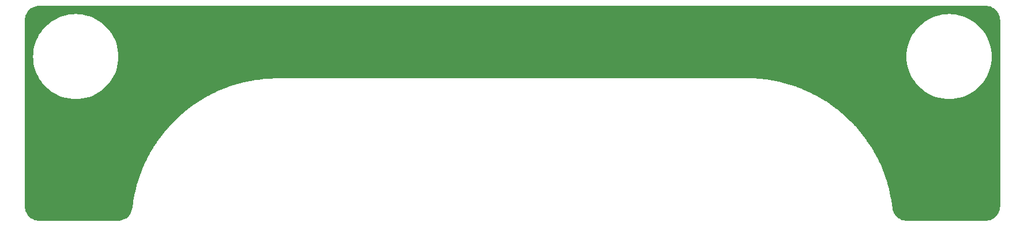
<source format=gbr>
%TF.GenerationSoftware,KiCad,Pcbnew,(5.99.0-3380-g2b43ffd12d)*%
%TF.CreationDate,2020-09-17T05:08:34-04:00*%
%TF.ProjectId,bumpon-holders,62756d70-6f6e-42d6-986f-6c646572732e,rev?*%
%TF.SameCoordinates,Original*%
%TF.FileFunction,Copper,L1,Top*%
%TF.FilePolarity,Positive*%
%FSLAX46Y46*%
G04 Gerber Fmt 4.6, Leading zero omitted, Abs format (unit mm)*
G04 Created by KiCad (PCBNEW (5.99.0-3380-g2b43ffd12d)) date 2020-09-17 05:08:34*
%MOMM*%
%LPD*%
G01*
G04 APERTURE LIST*
%TA.AperFunction,ComponentPad*%
%ADD10C,6.400000*%
%TD*%
%TA.AperFunction,Conductor*%
%ADD11C,0.254000*%
%TD*%
G04 APERTURE END LIST*
D10*
%TO.P,H1,1,1*%
%TO.N,MountingHoles*%
X85286458Y144002792D03*
%TD*%
%TO.P,H2,1,1*%
%TO.N,MountingHoles*%
X210138904Y144002792D03*
%TD*%
%TO.N,MountingHoles*%
D11*
X217386911Y166052189D02*
X217631318Y166007552D01*
X217868604Y165933873D01*
X218095312Y165832224D01*
X218308162Y165704077D01*
X218504087Y165551279D01*
X218680224Y165376062D01*
X218834045Y165180941D01*
X218963304Y164968762D01*
X219066139Y164742587D01*
X219141056Y164505706D01*
X219186976Y164261514D01*
X219204404Y163995610D01*
X219204405Y136721917D01*
X219188300Y136454782D01*
X219143665Y136210381D01*
X219069985Y135973093D01*
X218968341Y135746395D01*
X218840186Y135533529D01*
X218687397Y135337616D01*
X218512175Y135161474D01*
X218317058Y135007656D01*
X218104875Y134878393D01*
X217878701Y134775558D01*
X217641817Y134700640D01*
X217397626Y134654720D01*
X217131722Y134637292D01*
X205703714Y134637292D01*
X205436595Y134653396D01*
X205192194Y134698031D01*
X204954906Y134771711D01*
X204728208Y134873355D01*
X204515342Y135001510D01*
X204319429Y135154299D01*
X204143287Y135329521D01*
X203989469Y135524638D01*
X203860206Y135736821D01*
X203757371Y135962995D01*
X203682453Y136199879D01*
X203633418Y136460632D01*
X203631991Y136472223D01*
X203626871Y136514713D01*
X203626661Y136515495D01*
X203593630Y136783703D01*
X203593646Y136793031D01*
X203587817Y136830895D01*
X203583623Y136864959D01*
X203581200Y136873894D01*
X203452080Y137712804D01*
X203451518Y137726219D01*
X203444871Y137759634D01*
X203440305Y137789306D01*
X203436437Y137802037D01*
X203269965Y138638948D01*
X203268818Y138652320D01*
X203260729Y138685378D01*
X203254866Y138714855D01*
X203250441Y138727418D01*
X203047628Y139556252D01*
X203045898Y139569566D01*
X203036372Y139602252D01*
X203029231Y139631433D01*
X203024266Y139643786D01*
X202785490Y140462988D01*
X202783180Y140476219D01*
X202772238Y140508454D01*
X202763829Y140537302D01*
X202758330Y140549424D01*
X202484048Y141357432D01*
X202481164Y141370550D01*
X202468828Y141402271D01*
X202459169Y141430725D01*
X202453147Y141442596D01*
X202143879Y142237876D01*
X202140427Y142250851D01*
X202126714Y142282017D01*
X202115826Y142310015D01*
X202109292Y142321612D01*
X201765632Y143102635D01*
X201761614Y143115457D01*
X201746555Y143145992D01*
X201734456Y143173489D01*
X201727425Y143184784D01*
X201350021Y143950083D01*
X201345448Y143962714D01*
X201329069Y143992569D01*
X201315784Y144019508D01*
X201308269Y144030484D01*
X200897843Y144778591D01*
X200892723Y144791012D01*
X200875042Y144820149D01*
X200860609Y144846457D01*
X200852628Y144857087D01*
X200409953Y145586591D01*
X200404298Y145598774D01*
X200385381Y145627083D01*
X200369795Y145652768D01*
X200361349Y145663049D01*
X199887285Y146372537D01*
X199881103Y146384463D01*
X199860975Y146411914D01*
X199844281Y146436898D01*
X199835391Y146446806D01*
X199330833Y147134935D01*
X199324138Y147146579D01*
X199302823Y147173138D01*
X199285059Y147197363D01*
X199275747Y147206872D01*
X198741653Y147872339D01*
X198734456Y147883681D01*
X198711990Y147909299D01*
X198693201Y147932710D01*
X198683489Y147941797D01*
X198120867Y148583345D01*
X198113184Y148594358D01*
X198089618Y148618975D01*
X198069831Y148641539D01*
X198059732Y148650195D01*
X197469664Y149266587D01*
X197461508Y149277255D01*
X197436896Y149300816D01*
X197416135Y149322503D01*
X197405666Y149330713D01*
X196789274Y149920778D01*
X196780659Y149931082D01*
X196755030Y149953559D01*
X196733360Y149974304D01*
X196722545Y149982047D01*
X196081001Y150544664D01*
X196071942Y150554586D01*
X196045366Y150575916D01*
X196022800Y150595706D01*
X196011651Y150602973D01*
X195346189Y151137063D01*
X195336700Y151146584D01*
X195309227Y151166729D01*
X195285813Y151185519D01*
X195274369Y151192287D01*
X194586229Y151696851D01*
X194576338Y151705946D01*
X194548003Y151724879D01*
X194523799Y151742626D01*
X194512067Y151748890D01*
X193802584Y152222950D01*
X193792304Y152231607D01*
X193763174Y152249284D01*
X193738213Y152265961D01*
X193726221Y152271707D01*
X192996723Y152714375D01*
X192986079Y152722573D01*
X192956210Y152738959D01*
X192930542Y152754535D01*
X192918310Y152759752D01*
X192170195Y153170182D01*
X192159211Y153177902D01*
X192128686Y153192955D01*
X192102334Y153207411D01*
X192089873Y153212096D01*
X191324574Y153589499D01*
X191313266Y153596732D01*
X191282111Y153610440D01*
X191255157Y153623732D01*
X191242498Y153627870D01*
X190461475Y153971528D01*
X190449860Y153978262D01*
X190418135Y153990599D01*
X190390624Y154002704D01*
X190377800Y154006284D01*
X189582527Y154315548D01*
X189570633Y154321768D01*
X189538379Y154332717D01*
X189510386Y154343603D01*
X189497418Y154346621D01*
X188689410Y154620903D01*
X188677253Y154626598D01*
X188644572Y154636124D01*
X188616116Y154645783D01*
X188603026Y154648233D01*
X187783832Y154887006D01*
X187771438Y154892166D01*
X187738383Y154900254D01*
X187709520Y154908667D01*
X187696336Y154910543D01*
X186867507Y155113356D01*
X186854892Y155117973D01*
X186821499Y155124615D01*
X186792314Y155131756D01*
X186779072Y155133054D01*
X185942165Y155299526D01*
X185929368Y155303585D01*
X185895724Y155308763D01*
X185866256Y155314625D01*
X185852960Y155315346D01*
X185009601Y155445150D01*
X184996637Y155448649D01*
X184962791Y155452355D01*
X184933100Y155456925D01*
X184919793Y155457065D01*
X184071564Y155549961D01*
X184058461Y155552889D01*
X184024487Y155555117D01*
X183994621Y155558387D01*
X183981313Y155557946D01*
X183129847Y155613754D01*
X183116632Y155616108D01*
X183082595Y155616851D01*
X183052613Y155618816D01*
X183039343Y155617795D01*
X182193478Y155636251D01*
X182186797Y155637292D01*
X182145797Y155637292D01*
X182108867Y155638098D01*
X182102205Y155637292D01*
X113331611Y155637292D01*
X113329043Y155637670D01*
X113283782Y155637292D01*
X113242582Y155637292D01*
X113240026Y155636926D01*
X112967858Y155634650D01*
X112958598Y155635728D01*
X112920331Y155634252D01*
X112885992Y155633964D01*
X112876840Y155632574D01*
X112028686Y155599867D01*
X112015291Y155600837D01*
X111981348Y155598042D01*
X111951339Y155596884D01*
X111938254Y155594492D01*
X111087817Y155524448D01*
X111074407Y155524832D01*
X111040650Y155520563D01*
X111010687Y155518095D01*
X110997703Y155515130D01*
X110151163Y155408062D01*
X110137734Y155407861D01*
X110104179Y155402119D01*
X110074370Y155398350D01*
X110061534Y155394824D01*
X109220449Y155250928D01*
X109207055Y155250142D01*
X109173808Y155242948D01*
X109144169Y155237877D01*
X109131492Y155233793D01*
X108297501Y155053349D01*
X108284147Y155051979D01*
X108251223Y155043337D01*
X108221846Y155036981D01*
X108209365Y155032349D01*
X107384036Y154815698D01*
X107370752Y154813746D01*
X107338251Y154803680D01*
X107309167Y154796045D01*
X107296902Y154790874D01*
X106481813Y154538430D01*
X106468622Y154535900D01*
X106436547Y154524410D01*
X106407870Y154515529D01*
X106395849Y154509832D01*
X105592534Y154222069D01*
X105579469Y154218967D01*
X105547946Y154206097D01*
X105519663Y154195966D01*
X105507898Y154189747D01*
X104717908Y153867223D01*
X104704987Y153863552D01*
X104674054Y153849319D01*
X104646242Y153837964D01*
X104634759Y153831238D01*
X103859587Y153474560D01*
X103846838Y153470329D01*
X103816561Y153454762D01*
X103789271Y153442206D01*
X103778091Y153434985D01*
X103019223Y153044838D01*
X103006665Y153040053D01*
X102977059Y153023161D01*
X102950372Y153009441D01*
X102939524Y153001743D01*
X102198388Y152578861D01*
X102186052Y152573533D01*
X102157241Y152555383D01*
X102131153Y152540498D01*
X102120641Y152532327D01*
X101398667Y152077527D01*
X101386576Y152071667D01*
X101358564Y152052265D01*
X101333165Y152036265D01*
X101323030Y152027652D01*
X100621558Y151541777D01*
X100609747Y151535402D01*
X100582643Y151514822D01*
X100557935Y151497708D01*
X100548178Y151488654D01*
X99868583Y150972656D01*
X99857049Y150965764D01*
X99830843Y150944001D01*
X99806931Y150925845D01*
X99797583Y150916379D01*
X99141143Y150371227D01*
X99129920Y150363839D01*
X99104674Y150340941D01*
X99081589Y150321770D01*
X99072667Y150311911D01*
X98440609Y149738626D01*
X98429730Y149730762D01*
X98405551Y149706827D01*
X98383282Y149686629D01*
X98374794Y149676382D01*
X97768357Y149076086D01*
X97757830Y149067755D01*
X97734695Y149042765D01*
X97713349Y149021635D01*
X97705314Y149011029D01*
X97125644Y148384856D01*
X97115486Y148376070D01*
X97093452Y148350083D01*
X97073059Y148328052D01*
X97065497Y148317108D01*
X96513690Y147666243D01*
X96503923Y147657021D01*
X96483048Y147630100D01*
X96463631Y147607198D01*
X96456554Y147595935D01*
X95933658Y146921616D01*
X95924307Y146911981D01*
X95904627Y146884178D01*
X95886225Y146860446D01*
X95879643Y146848880D01*
X95386665Y146152403D01*
X95377741Y146142366D01*
X95359299Y146113742D01*
X95341944Y146089221D01*
X95335875Y146077383D01*
X94873741Y145360059D01*
X94865264Y145349643D01*
X94848086Y145320237D01*
X94831820Y145294990D01*
X94826266Y145282882D01*
X94395869Y144546097D01*
X94387855Y144535323D01*
X94371982Y144505205D01*
X94356826Y144479261D01*
X94351806Y144466925D01*
X93953959Y143712072D01*
X93946420Y143700955D01*
X93931866Y143670154D01*
X93917866Y143643593D01*
X93913390Y143631052D01*
X93548846Y142859557D01*
X93541799Y142848123D01*
X93528611Y142816735D01*
X93515776Y142789572D01*
X93511853Y142776854D01*
X93181302Y141990180D01*
X93174764Y141978454D01*
X93162958Y141946524D01*
X93151318Y141918823D01*
X93147953Y141905941D01*
X92852032Y141105603D01*
X92846012Y141093603D01*
X92835615Y141061200D01*
X92825189Y141033004D01*
X92822389Y141019988D01*
X92561664Y140207510D01*
X92556171Y140195255D01*
X92547186Y140162393D01*
X92538012Y140133808D01*
X92535783Y140120690D01*
X92310744Y139297604D01*
X92305790Y139285118D01*
X92298249Y139251905D01*
X92290328Y139222933D01*
X92288674Y139209730D01*
X92099749Y138377609D01*
X92095347Y138364925D01*
X92089264Y138331424D01*
X92082613Y138302130D01*
X92081535Y138288863D01*
X91929086Y137449293D01*
X91925242Y137436433D01*
X91920624Y137402690D01*
X91915259Y137373140D01*
X91914761Y137359836D01*
X91796185Y136493255D01*
X91748559Y136222924D01*
X91676368Y135985193D01*
X91576139Y135757852D01*
X91449328Y135544204D01*
X91297752Y135347320D01*
X91123641Y135170090D01*
X90929499Y135015062D01*
X90718121Y134884470D01*
X90492593Y134780221D01*
X90256182Y134703823D01*
X90012297Y134656379D01*
X89747211Y134637339D01*
X89738991Y134637292D01*
X78305567Y134637292D01*
X78038448Y134653396D01*
X77794047Y134698031D01*
X77556759Y134771711D01*
X77330061Y134873355D01*
X77117195Y135001510D01*
X76921282Y135154299D01*
X76745140Y135329521D01*
X76591322Y135524638D01*
X76462059Y135736821D01*
X76359224Y135962995D01*
X76284306Y136199879D01*
X76238386Y136444070D01*
X76220958Y136709974D01*
X76220958Y158702792D01*
X77196861Y158702792D01*
X77216557Y158201470D01*
X77275527Y157703239D01*
X77373406Y157211170D01*
X77509590Y156728298D01*
X77683240Y156257599D01*
X77893286Y155801976D01*
X78138430Y155364236D01*
X78417165Y154947081D01*
X78727770Y154553080D01*
X79068331Y154184665D01*
X79436746Y153844104D01*
X79830747Y153533499D01*
X80247902Y153254764D01*
X80685642Y153009620D01*
X81141265Y152799574D01*
X81611964Y152625924D01*
X82094836Y152489740D01*
X82586905Y152391861D01*
X83085136Y152332891D01*
X83586458Y152313195D01*
X84087780Y152332891D01*
X84586011Y152391861D01*
X85078080Y152489740D01*
X85560952Y152625924D01*
X86031651Y152799574D01*
X86487274Y153009620D01*
X86925014Y153254764D01*
X87342169Y153533499D01*
X87736170Y153844104D01*
X88104585Y154184665D01*
X88445146Y154553080D01*
X88755751Y154947081D01*
X89034486Y155364236D01*
X89279630Y155801976D01*
X89489676Y156257599D01*
X89663326Y156728298D01*
X89799510Y157211170D01*
X89897389Y157703239D01*
X89956359Y158201470D01*
X89976055Y158702792D01*
X205449307Y158702792D01*
X205469003Y158201470D01*
X205527973Y157703239D01*
X205625852Y157211170D01*
X205762036Y156728298D01*
X205935686Y156257599D01*
X206145732Y155801976D01*
X206390876Y155364236D01*
X206669611Y154947081D01*
X206980216Y154553080D01*
X207320777Y154184665D01*
X207689192Y153844104D01*
X208083193Y153533499D01*
X208500348Y153254764D01*
X208938088Y153009620D01*
X209393711Y152799574D01*
X209864410Y152625924D01*
X210347282Y152489740D01*
X210839351Y152391861D01*
X211337582Y152332891D01*
X211838904Y152313195D01*
X212340226Y152332891D01*
X212838457Y152391861D01*
X213330526Y152489740D01*
X213813398Y152625924D01*
X214284097Y152799574D01*
X214739720Y153009620D01*
X215177460Y153254764D01*
X215594615Y153533499D01*
X215988616Y153844104D01*
X216357031Y154184665D01*
X216697592Y154553080D01*
X217008197Y154947081D01*
X217286932Y155364236D01*
X217532076Y155801976D01*
X217742122Y156257599D01*
X217915772Y156728298D01*
X218051956Y157211170D01*
X218149835Y157703239D01*
X218208805Y158201470D01*
X218228501Y158702792D01*
X218208805Y159204114D01*
X218149835Y159702345D01*
X218051956Y160194414D01*
X217915772Y160677286D01*
X217742122Y161147985D01*
X217532076Y161603608D01*
X217286932Y162041348D01*
X217008197Y162458503D01*
X216697592Y162852504D01*
X216357031Y163220919D01*
X215988616Y163561480D01*
X215594615Y163872085D01*
X215177460Y164150820D01*
X214739720Y164395964D01*
X214284097Y164606010D01*
X213813398Y164779660D01*
X213330526Y164915844D01*
X212838457Y165013723D01*
X212340226Y165072693D01*
X211838904Y165092389D01*
X211337582Y165072693D01*
X210839351Y165013723D01*
X210347282Y164915844D01*
X209864410Y164779660D01*
X209393711Y164606010D01*
X208938088Y164395964D01*
X208500348Y164150820D01*
X208083193Y163872085D01*
X207689192Y163561480D01*
X207320777Y163220919D01*
X206980216Y162852504D01*
X206669611Y162458503D01*
X206390876Y162041348D01*
X206145732Y161603608D01*
X205935686Y161147985D01*
X205762036Y160677286D01*
X205625852Y160194414D01*
X205527973Y159702345D01*
X205469003Y159204114D01*
X205449307Y158702792D01*
X89976055Y158702792D01*
X89956359Y159204114D01*
X89897389Y159702345D01*
X89799510Y160194414D01*
X89663326Y160677286D01*
X89489676Y161147985D01*
X89279630Y161603608D01*
X89034486Y162041348D01*
X88755751Y162458503D01*
X88445146Y162852504D01*
X88104585Y163220919D01*
X87736170Y163561480D01*
X87342169Y163872085D01*
X86925014Y164150820D01*
X86487274Y164395964D01*
X86031651Y164606010D01*
X85560952Y164779660D01*
X85078080Y164915844D01*
X84586011Y165013723D01*
X84087780Y165072693D01*
X83586458Y165092389D01*
X83085136Y165072693D01*
X82586905Y165013723D01*
X82094836Y164915844D01*
X81611964Y164779660D01*
X81141265Y164606010D01*
X80685642Y164395964D01*
X80247902Y164150820D01*
X79830747Y163872085D01*
X79436746Y163561480D01*
X79068331Y163220919D01*
X78727770Y162852504D01*
X78417165Y162458503D01*
X78138430Y162041348D01*
X77893286Y161603608D01*
X77683240Y161147985D01*
X77509590Y160677286D01*
X77373406Y160194414D01*
X77275527Y159702345D01*
X77216557Y159204114D01*
X77196861Y158702792D01*
X76220958Y158702792D01*
X76220958Y163983683D01*
X76237061Y164250799D01*
X76281698Y164495206D01*
X76355377Y164732492D01*
X76457026Y164959200D01*
X76585173Y165172050D01*
X76737971Y165367975D01*
X76913188Y165544112D01*
X77108309Y165697933D01*
X77320488Y165827192D01*
X77546663Y165930027D01*
X77783544Y166004944D01*
X78027736Y166050864D01*
X78293640Y166068292D01*
X217119795Y166068292D01*
X217386911Y166052189D01*
%TA.AperFunction,Conductor*%
G36*
X217386911Y166052189D02*
G01*
X217631318Y166007552D01*
X217868604Y165933873D01*
X218095312Y165832224D01*
X218308162Y165704077D01*
X218504087Y165551279D01*
X218680224Y165376062D01*
X218834045Y165180941D01*
X218963304Y164968762D01*
X219066139Y164742587D01*
X219141056Y164505706D01*
X219186976Y164261514D01*
X219204404Y163995610D01*
X219204405Y136721917D01*
X219188300Y136454782D01*
X219143665Y136210381D01*
X219069985Y135973093D01*
X218968341Y135746395D01*
X218840186Y135533529D01*
X218687397Y135337616D01*
X218512175Y135161474D01*
X218317058Y135007656D01*
X218104875Y134878393D01*
X217878701Y134775558D01*
X217641817Y134700640D01*
X217397626Y134654720D01*
X217131722Y134637292D01*
X205703714Y134637292D01*
X205436595Y134653396D01*
X205192194Y134698031D01*
X204954906Y134771711D01*
X204728208Y134873355D01*
X204515342Y135001510D01*
X204319429Y135154299D01*
X204143287Y135329521D01*
X203989469Y135524638D01*
X203860206Y135736821D01*
X203757371Y135962995D01*
X203682453Y136199879D01*
X203633418Y136460632D01*
X203631991Y136472223D01*
X203626871Y136514713D01*
X203626661Y136515495D01*
X203593630Y136783703D01*
X203593646Y136793031D01*
X203587817Y136830895D01*
X203583623Y136864959D01*
X203581200Y136873894D01*
X203452080Y137712804D01*
X203451518Y137726219D01*
X203444871Y137759634D01*
X203440305Y137789306D01*
X203436437Y137802037D01*
X203269965Y138638948D01*
X203268818Y138652320D01*
X203260729Y138685378D01*
X203254866Y138714855D01*
X203250441Y138727418D01*
X203047628Y139556252D01*
X203045898Y139569566D01*
X203036372Y139602252D01*
X203029231Y139631433D01*
X203024266Y139643786D01*
X202785490Y140462988D01*
X202783180Y140476219D01*
X202772238Y140508454D01*
X202763829Y140537302D01*
X202758330Y140549424D01*
X202484048Y141357432D01*
X202481164Y141370550D01*
X202468828Y141402271D01*
X202459169Y141430725D01*
X202453147Y141442596D01*
X202143879Y142237876D01*
X202140427Y142250851D01*
X202126714Y142282017D01*
X202115826Y142310015D01*
X202109292Y142321612D01*
X201765632Y143102635D01*
X201761614Y143115457D01*
X201746555Y143145992D01*
X201734456Y143173489D01*
X201727425Y143184784D01*
X201350021Y143950083D01*
X201345448Y143962714D01*
X201329069Y143992569D01*
X201315784Y144019508D01*
X201308269Y144030484D01*
X200897843Y144778591D01*
X200892723Y144791012D01*
X200875042Y144820149D01*
X200860609Y144846457D01*
X200852628Y144857087D01*
X200409953Y145586591D01*
X200404298Y145598774D01*
X200385381Y145627083D01*
X200369795Y145652768D01*
X200361349Y145663049D01*
X199887285Y146372537D01*
X199881103Y146384463D01*
X199860975Y146411914D01*
X199844281Y146436898D01*
X199835391Y146446806D01*
X199330833Y147134935D01*
X199324138Y147146579D01*
X199302823Y147173138D01*
X199285059Y147197363D01*
X199275747Y147206872D01*
X198741653Y147872339D01*
X198734456Y147883681D01*
X198711990Y147909299D01*
X198693201Y147932710D01*
X198683489Y147941797D01*
X198120867Y148583345D01*
X198113184Y148594358D01*
X198089618Y148618975D01*
X198069831Y148641539D01*
X198059732Y148650195D01*
X197469664Y149266587D01*
X197461508Y149277255D01*
X197436896Y149300816D01*
X197416135Y149322503D01*
X197405666Y149330713D01*
X196789274Y149920778D01*
X196780659Y149931082D01*
X196755030Y149953559D01*
X196733360Y149974304D01*
X196722545Y149982047D01*
X196081001Y150544664D01*
X196071942Y150554586D01*
X196045366Y150575916D01*
X196022800Y150595706D01*
X196011651Y150602973D01*
X195346189Y151137063D01*
X195336700Y151146584D01*
X195309227Y151166729D01*
X195285813Y151185519D01*
X195274369Y151192287D01*
X194586229Y151696851D01*
X194576338Y151705946D01*
X194548003Y151724879D01*
X194523799Y151742626D01*
X194512067Y151748890D01*
X193802584Y152222950D01*
X193792304Y152231607D01*
X193763174Y152249284D01*
X193738213Y152265961D01*
X193726221Y152271707D01*
X192996723Y152714375D01*
X192986079Y152722573D01*
X192956210Y152738959D01*
X192930542Y152754535D01*
X192918310Y152759752D01*
X192170195Y153170182D01*
X192159211Y153177902D01*
X192128686Y153192955D01*
X192102334Y153207411D01*
X192089873Y153212096D01*
X191324574Y153589499D01*
X191313266Y153596732D01*
X191282111Y153610440D01*
X191255157Y153623732D01*
X191242498Y153627870D01*
X190461475Y153971528D01*
X190449860Y153978262D01*
X190418135Y153990599D01*
X190390624Y154002704D01*
X190377800Y154006284D01*
X189582527Y154315548D01*
X189570633Y154321768D01*
X189538379Y154332717D01*
X189510386Y154343603D01*
X189497418Y154346621D01*
X188689410Y154620903D01*
X188677253Y154626598D01*
X188644572Y154636124D01*
X188616116Y154645783D01*
X188603026Y154648233D01*
X187783832Y154887006D01*
X187771438Y154892166D01*
X187738383Y154900254D01*
X187709520Y154908667D01*
X187696336Y154910543D01*
X186867507Y155113356D01*
X186854892Y155117973D01*
X186821499Y155124615D01*
X186792314Y155131756D01*
X186779072Y155133054D01*
X185942165Y155299526D01*
X185929368Y155303585D01*
X185895724Y155308763D01*
X185866256Y155314625D01*
X185852960Y155315346D01*
X185009601Y155445150D01*
X184996637Y155448649D01*
X184962791Y155452355D01*
X184933100Y155456925D01*
X184919793Y155457065D01*
X184071564Y155549961D01*
X184058461Y155552889D01*
X184024487Y155555117D01*
X183994621Y155558387D01*
X183981313Y155557946D01*
X183129847Y155613754D01*
X183116632Y155616108D01*
X183082595Y155616851D01*
X183052613Y155618816D01*
X183039343Y155617795D01*
X182193478Y155636251D01*
X182186797Y155637292D01*
X182145797Y155637292D01*
X182108867Y155638098D01*
X182102205Y155637292D01*
X113331611Y155637292D01*
X113329043Y155637670D01*
X113283782Y155637292D01*
X113242582Y155637292D01*
X113240026Y155636926D01*
X112967858Y155634650D01*
X112958598Y155635728D01*
X112920331Y155634252D01*
X112885992Y155633964D01*
X112876840Y155632574D01*
X112028686Y155599867D01*
X112015291Y155600837D01*
X111981348Y155598042D01*
X111951339Y155596884D01*
X111938254Y155594492D01*
X111087817Y155524448D01*
X111074407Y155524832D01*
X111040650Y155520563D01*
X111010687Y155518095D01*
X110997703Y155515130D01*
X110151163Y155408062D01*
X110137734Y155407861D01*
X110104179Y155402119D01*
X110074370Y155398350D01*
X110061534Y155394824D01*
X109220449Y155250928D01*
X109207055Y155250142D01*
X109173808Y155242948D01*
X109144169Y155237877D01*
X109131492Y155233793D01*
X108297501Y155053349D01*
X108284147Y155051979D01*
X108251223Y155043337D01*
X108221846Y155036981D01*
X108209365Y155032349D01*
X107384036Y154815698D01*
X107370752Y154813746D01*
X107338251Y154803680D01*
X107309167Y154796045D01*
X107296902Y154790874D01*
X106481813Y154538430D01*
X106468622Y154535900D01*
X106436547Y154524410D01*
X106407870Y154515529D01*
X106395849Y154509832D01*
X105592534Y154222069D01*
X105579469Y154218967D01*
X105547946Y154206097D01*
X105519663Y154195966D01*
X105507898Y154189747D01*
X104717908Y153867223D01*
X104704987Y153863552D01*
X104674054Y153849319D01*
X104646242Y153837964D01*
X104634759Y153831238D01*
X103859587Y153474560D01*
X103846838Y153470329D01*
X103816561Y153454762D01*
X103789271Y153442206D01*
X103778091Y153434985D01*
X103019223Y153044838D01*
X103006665Y153040053D01*
X102977059Y153023161D01*
X102950372Y153009441D01*
X102939524Y153001743D01*
X102198388Y152578861D01*
X102186052Y152573533D01*
X102157241Y152555383D01*
X102131153Y152540498D01*
X102120641Y152532327D01*
X101398667Y152077527D01*
X101386576Y152071667D01*
X101358564Y152052265D01*
X101333165Y152036265D01*
X101323030Y152027652D01*
X100621558Y151541777D01*
X100609747Y151535402D01*
X100582643Y151514822D01*
X100557935Y151497708D01*
X100548178Y151488654D01*
X99868583Y150972656D01*
X99857049Y150965764D01*
X99830843Y150944001D01*
X99806931Y150925845D01*
X99797583Y150916379D01*
X99141143Y150371227D01*
X99129920Y150363839D01*
X99104674Y150340941D01*
X99081589Y150321770D01*
X99072667Y150311911D01*
X98440609Y149738626D01*
X98429730Y149730762D01*
X98405551Y149706827D01*
X98383282Y149686629D01*
X98374794Y149676382D01*
X97768357Y149076086D01*
X97757830Y149067755D01*
X97734695Y149042765D01*
X97713349Y149021635D01*
X97705314Y149011029D01*
X97125644Y148384856D01*
X97115486Y148376070D01*
X97093452Y148350083D01*
X97073059Y148328052D01*
X97065497Y148317108D01*
X96513690Y147666243D01*
X96503923Y147657021D01*
X96483048Y147630100D01*
X96463631Y147607198D01*
X96456554Y147595935D01*
X95933658Y146921616D01*
X95924307Y146911981D01*
X95904627Y146884178D01*
X95886225Y146860446D01*
X95879643Y146848880D01*
X95386665Y146152403D01*
X95377741Y146142366D01*
X95359299Y146113742D01*
X95341944Y146089221D01*
X95335875Y146077383D01*
X94873741Y145360059D01*
X94865264Y145349643D01*
X94848086Y145320237D01*
X94831820Y145294990D01*
X94826266Y145282882D01*
X94395869Y144546097D01*
X94387855Y144535323D01*
X94371982Y144505205D01*
X94356826Y144479261D01*
X94351806Y144466925D01*
X93953959Y143712072D01*
X93946420Y143700955D01*
X93931866Y143670154D01*
X93917866Y143643593D01*
X93913390Y143631052D01*
X93548846Y142859557D01*
X93541799Y142848123D01*
X93528611Y142816735D01*
X93515776Y142789572D01*
X93511853Y142776854D01*
X93181302Y141990180D01*
X93174764Y141978454D01*
X93162958Y141946524D01*
X93151318Y141918823D01*
X93147953Y141905941D01*
X92852032Y141105603D01*
X92846012Y141093603D01*
X92835615Y141061200D01*
X92825189Y141033004D01*
X92822389Y141019988D01*
X92561664Y140207510D01*
X92556171Y140195255D01*
X92547186Y140162393D01*
X92538012Y140133808D01*
X92535783Y140120690D01*
X92310744Y139297604D01*
X92305790Y139285118D01*
X92298249Y139251905D01*
X92290328Y139222933D01*
X92288674Y139209730D01*
X92099749Y138377609D01*
X92095347Y138364925D01*
X92089264Y138331424D01*
X92082613Y138302130D01*
X92081535Y138288863D01*
X91929086Y137449293D01*
X91925242Y137436433D01*
X91920624Y137402690D01*
X91915259Y137373140D01*
X91914761Y137359836D01*
X91796185Y136493255D01*
X91748559Y136222924D01*
X91676368Y135985193D01*
X91576139Y135757852D01*
X91449328Y135544204D01*
X91297752Y135347320D01*
X91123641Y135170090D01*
X90929499Y135015062D01*
X90718121Y134884470D01*
X90492593Y134780221D01*
X90256182Y134703823D01*
X90012297Y134656379D01*
X89747211Y134637339D01*
X89738991Y134637292D01*
X78305567Y134637292D01*
X78038448Y134653396D01*
X77794047Y134698031D01*
X77556759Y134771711D01*
X77330061Y134873355D01*
X77117195Y135001510D01*
X76921282Y135154299D01*
X76745140Y135329521D01*
X76591322Y135524638D01*
X76462059Y135736821D01*
X76359224Y135962995D01*
X76284306Y136199879D01*
X76238386Y136444070D01*
X76220958Y136709974D01*
X76220958Y158702792D01*
X77196861Y158702792D01*
X77216557Y158201470D01*
X77275527Y157703239D01*
X77373406Y157211170D01*
X77509590Y156728298D01*
X77683240Y156257599D01*
X77893286Y155801976D01*
X78138430Y155364236D01*
X78417165Y154947081D01*
X78727770Y154553080D01*
X79068331Y154184665D01*
X79436746Y153844104D01*
X79830747Y153533499D01*
X80247902Y153254764D01*
X80685642Y153009620D01*
X81141265Y152799574D01*
X81611964Y152625924D01*
X82094836Y152489740D01*
X82586905Y152391861D01*
X83085136Y152332891D01*
X83586458Y152313195D01*
X84087780Y152332891D01*
X84586011Y152391861D01*
X85078080Y152489740D01*
X85560952Y152625924D01*
X86031651Y152799574D01*
X86487274Y153009620D01*
X86925014Y153254764D01*
X87342169Y153533499D01*
X87736170Y153844104D01*
X88104585Y154184665D01*
X88445146Y154553080D01*
X88755751Y154947081D01*
X89034486Y155364236D01*
X89279630Y155801976D01*
X89489676Y156257599D01*
X89663326Y156728298D01*
X89799510Y157211170D01*
X89897389Y157703239D01*
X89956359Y158201470D01*
X89976055Y158702792D01*
X205449307Y158702792D01*
X205469003Y158201470D01*
X205527973Y157703239D01*
X205625852Y157211170D01*
X205762036Y156728298D01*
X205935686Y156257599D01*
X206145732Y155801976D01*
X206390876Y155364236D01*
X206669611Y154947081D01*
X206980216Y154553080D01*
X207320777Y154184665D01*
X207689192Y153844104D01*
X208083193Y153533499D01*
X208500348Y153254764D01*
X208938088Y153009620D01*
X209393711Y152799574D01*
X209864410Y152625924D01*
X210347282Y152489740D01*
X210839351Y152391861D01*
X211337582Y152332891D01*
X211838904Y152313195D01*
X212340226Y152332891D01*
X212838457Y152391861D01*
X213330526Y152489740D01*
X213813398Y152625924D01*
X214284097Y152799574D01*
X214739720Y153009620D01*
X215177460Y153254764D01*
X215594615Y153533499D01*
X215988616Y153844104D01*
X216357031Y154184665D01*
X216697592Y154553080D01*
X217008197Y154947081D01*
X217286932Y155364236D01*
X217532076Y155801976D01*
X217742122Y156257599D01*
X217915772Y156728298D01*
X218051956Y157211170D01*
X218149835Y157703239D01*
X218208805Y158201470D01*
X218228501Y158702792D01*
X218208805Y159204114D01*
X218149835Y159702345D01*
X218051956Y160194414D01*
X217915772Y160677286D01*
X217742122Y161147985D01*
X217532076Y161603608D01*
X217286932Y162041348D01*
X217008197Y162458503D01*
X216697592Y162852504D01*
X216357031Y163220919D01*
X215988616Y163561480D01*
X215594615Y163872085D01*
X215177460Y164150820D01*
X214739720Y164395964D01*
X214284097Y164606010D01*
X213813398Y164779660D01*
X213330526Y164915844D01*
X212838457Y165013723D01*
X212340226Y165072693D01*
X211838904Y165092389D01*
X211337582Y165072693D01*
X210839351Y165013723D01*
X210347282Y164915844D01*
X209864410Y164779660D01*
X209393711Y164606010D01*
X208938088Y164395964D01*
X208500348Y164150820D01*
X208083193Y163872085D01*
X207689192Y163561480D01*
X207320777Y163220919D01*
X206980216Y162852504D01*
X206669611Y162458503D01*
X206390876Y162041348D01*
X206145732Y161603608D01*
X205935686Y161147985D01*
X205762036Y160677286D01*
X205625852Y160194414D01*
X205527973Y159702345D01*
X205469003Y159204114D01*
X205449307Y158702792D01*
X89976055Y158702792D01*
X89956359Y159204114D01*
X89897389Y159702345D01*
X89799510Y160194414D01*
X89663326Y160677286D01*
X89489676Y161147985D01*
X89279630Y161603608D01*
X89034486Y162041348D01*
X88755751Y162458503D01*
X88445146Y162852504D01*
X88104585Y163220919D01*
X87736170Y163561480D01*
X87342169Y163872085D01*
X86925014Y164150820D01*
X86487274Y164395964D01*
X86031651Y164606010D01*
X85560952Y164779660D01*
X85078080Y164915844D01*
X84586011Y165013723D01*
X84087780Y165072693D01*
X83586458Y165092389D01*
X83085136Y165072693D01*
X82586905Y165013723D01*
X82094836Y164915844D01*
X81611964Y164779660D01*
X81141265Y164606010D01*
X80685642Y164395964D01*
X80247902Y164150820D01*
X79830747Y163872085D01*
X79436746Y163561480D01*
X79068331Y163220919D01*
X78727770Y162852504D01*
X78417165Y162458503D01*
X78138430Y162041348D01*
X77893286Y161603608D01*
X77683240Y161147985D01*
X77509590Y160677286D01*
X77373406Y160194414D01*
X77275527Y159702345D01*
X77216557Y159204114D01*
X77196861Y158702792D01*
X76220958Y158702792D01*
X76220958Y163983683D01*
X76237061Y164250799D01*
X76281698Y164495206D01*
X76355377Y164732492D01*
X76457026Y164959200D01*
X76585173Y165172050D01*
X76737971Y165367975D01*
X76913188Y165544112D01*
X77108309Y165697933D01*
X77320488Y165827192D01*
X77546663Y165930027D01*
X77783544Y166004944D01*
X78027736Y166050864D01*
X78293640Y166068292D01*
X217119795Y166068292D01*
X217386911Y166052189D01*
G37*
%TD.AperFunction*%
%TD*%
M02*

</source>
